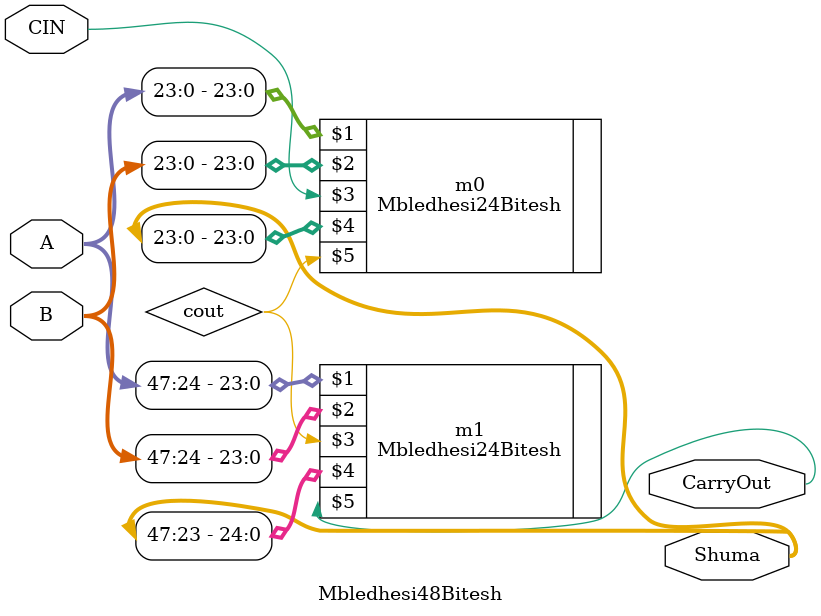
<source format=v>
`timescale 1ns / 1ps


module Mbledhesi48Bitesh(
    input [47:0] A,
    input [47:0] B,
    input CIN,
    output [47:0] Shuma,
    output CarryOut
);
   wire cout; 
   Mbledhesi24Bitesh m0(A[23:0], B[23:0], CIN, Shuma[23:0], cout);
   Mbledhesi24Bitesh m1(A[47:24], B[47:24], cout, Shuma[47:23], CarryOut);

endmodule

</source>
